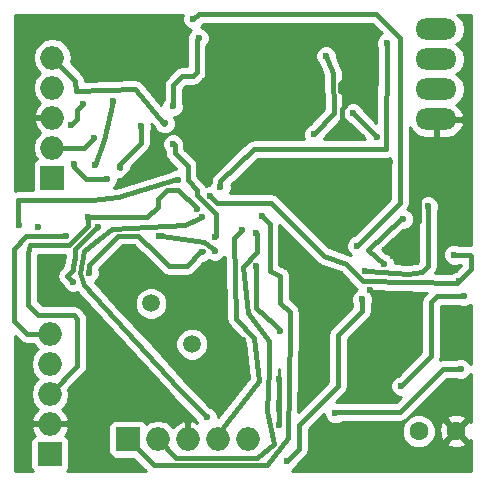
<source format=gbr>
G04 #@! TF.FileFunction,Copper,L2,Bot,Signal*
%FSLAX46Y46*%
G04 Gerber Fmt 4.6, Leading zero omitted, Abs format (unit mm)*
G04 Created by KiCad (PCBNEW 4.0.4-stable) date 05/16/17 00:16:12*
%MOMM*%
%LPD*%
G01*
G04 APERTURE LIST*
%ADD10C,0.100000*%
%ADD11C,1.600200*%
%ADD12C,1.500000*%
%ADD13O,3.500120X1.800860*%
%ADD14O,1.998980X1.998980*%
%ADD15R,1.998980X1.998980*%
%ADD16C,0.600000*%
%ADD17C,0.400000*%
%ADD18C,0.254000*%
G04 APERTURE END LIST*
D10*
D11*
X46969680Y-194066160D03*
X50144680Y-194066160D03*
D12*
X27750000Y-186700000D03*
X24299319Y-183249319D03*
D13*
X48442880Y-160050480D03*
X48442880Y-162590480D03*
X48442880Y-165130480D03*
X48442880Y-167670480D03*
D14*
X15740000Y-188375000D03*
D15*
X15740000Y-195995000D03*
D14*
X15740000Y-193455000D03*
X15740000Y-190915000D03*
X15740000Y-185835000D03*
X15940000Y-164985000D03*
D15*
X15940000Y-172605000D03*
D14*
X15940000Y-170065000D03*
X15940000Y-167525000D03*
X15940000Y-162445000D03*
X29960000Y-194745000D03*
D15*
X22340000Y-194745000D03*
D14*
X24880000Y-194745000D03*
X27420000Y-194745000D03*
X32500000Y-194745000D03*
D16*
X46880000Y-184310000D03*
X44520000Y-184600000D03*
X41840000Y-171620000D03*
X44550000Y-171270000D03*
X46730000Y-170250000D03*
X42150000Y-169170000D03*
X41600000Y-164275000D03*
X42840000Y-182115000D03*
X40610000Y-196195000D03*
X35150000Y-193560000D03*
X35100000Y-189620000D03*
X44820000Y-179265000D03*
X49510000Y-187535000D03*
X32100000Y-186340000D03*
X37350000Y-187380000D03*
X24470000Y-168790000D03*
X21630000Y-173030000D03*
X29260000Y-161890000D03*
X38790000Y-164295000D03*
X14732000Y-176784000D03*
X30226000Y-180594000D03*
X20066000Y-181356000D03*
X16002000Y-180594000D03*
X38650000Y-188900000D03*
X35500000Y-160440000D03*
X22275000Y-164045000D03*
X25820000Y-159510000D03*
X15200000Y-183075000D03*
X28460000Y-164995000D03*
X40070000Y-160525000D03*
X36030000Y-173615000D03*
X19480000Y-169225000D03*
X17700000Y-181420000D03*
X19800000Y-176820000D03*
X50800000Y-182626000D03*
X45466000Y-190246000D03*
X43434000Y-169164000D03*
X41402000Y-167132000D03*
X23410000Y-168270000D03*
X21660000Y-171740000D03*
X24960000Y-177535000D03*
X29718000Y-178816000D03*
X43990000Y-179870000D03*
X45650000Y-176120000D03*
X50540000Y-188790000D03*
X39900000Y-192540000D03*
X18990000Y-175945000D03*
X28170000Y-175295000D03*
X17100000Y-177500000D03*
X30180000Y-173395000D03*
X44270000Y-161185000D03*
X28590000Y-178895000D03*
X19020000Y-180655000D03*
X33190000Y-180060000D03*
X35180000Y-185590000D03*
X49960000Y-179125000D03*
X29310000Y-174155000D03*
X50390000Y-181375000D03*
X42164000Y-182880000D03*
X35814000Y-196596000D03*
X42430000Y-180480000D03*
X47752000Y-175006000D03*
X39116000Y-162306000D03*
X38100000Y-168910000D03*
X21050000Y-166140000D03*
X19560000Y-171560000D03*
X26170000Y-169745000D03*
X29750000Y-177590000D03*
X28320000Y-160785000D03*
X26120000Y-166565000D03*
X33660000Y-175885000D03*
X33150000Y-177285000D03*
X31960000Y-177055000D03*
X41730000Y-178375000D03*
X27890000Y-159175000D03*
X26550000Y-172785000D03*
X13130000Y-176650000D03*
X28630000Y-175955000D03*
X29040000Y-192905000D03*
X25470000Y-168010000D03*
X17780000Y-171450000D03*
X17526000Y-168148000D03*
X18542000Y-166370000D03*
X20574000Y-172720000D03*
D17*
X44520000Y-184600000D02*
X46590000Y-184600000D01*
X46590000Y-184600000D02*
X46880000Y-184310000D01*
X41840000Y-171620000D02*
X43820000Y-171620000D01*
X44170000Y-171270000D02*
X44550000Y-171270000D01*
X43820000Y-171620000D02*
X44170000Y-171270000D01*
X46730000Y-170250000D02*
X47060000Y-170250000D01*
X47060000Y-170250000D02*
X47230000Y-170420000D01*
X41830000Y-169000000D02*
X41980000Y-169000000D01*
X41060000Y-168230000D02*
X41830000Y-169000000D01*
X40490000Y-168230000D02*
X41060000Y-168230000D01*
X41980000Y-169000000D02*
X42150000Y-169170000D01*
X40490000Y-166830000D02*
X40490000Y-168230000D01*
X40760000Y-166560000D02*
X40490000Y-166830000D01*
X40760000Y-165960000D02*
X40760000Y-166560000D01*
X40490000Y-168230000D02*
X40550000Y-168290000D01*
X40760000Y-165580000D02*
X40760000Y-165960000D01*
X40407668Y-165227668D02*
X40760000Y-165580000D01*
X41600000Y-164275000D02*
X40735000Y-164275000D01*
X40327532Y-164682468D02*
X40327532Y-165227668D01*
X40735000Y-164275000D02*
X40327532Y-164682468D01*
X40327532Y-165227668D02*
X40407668Y-165227668D01*
X40760000Y-165960000D02*
X40690000Y-166030000D01*
X35100000Y-191900000D02*
X35150000Y-191950000D01*
X35150000Y-191950000D02*
X35150000Y-193560000D01*
X35100000Y-191900000D02*
X35100000Y-189620000D01*
X35070000Y-189590000D02*
X35070000Y-189580000D01*
X35100000Y-189620000D02*
X35070000Y-189590000D01*
X46945000Y-172935000D02*
X46945000Y-171105000D01*
X46945000Y-171105000D02*
X47230000Y-170820000D01*
X47230000Y-170820000D02*
X47230000Y-170420000D01*
X48442880Y-169207120D02*
X48442880Y-167670480D01*
X47230000Y-170420000D02*
X48442880Y-169207120D01*
X46945000Y-174165000D02*
X46945000Y-172935000D01*
X46945000Y-172935000D02*
X46930000Y-172920000D01*
X45980000Y-177020000D02*
X46200000Y-177020000D01*
X45110000Y-177890000D02*
X45980000Y-177020000D01*
X44820000Y-177890000D02*
X45110000Y-177890000D01*
X46970000Y-174190000D02*
X46945000Y-174165000D01*
X46945000Y-174165000D02*
X46940000Y-174160000D01*
X46970000Y-176250000D02*
X46970000Y-174190000D01*
X46200000Y-177020000D02*
X46970000Y-176250000D01*
X44820000Y-179265000D02*
X44820000Y-177890000D01*
X44820000Y-177890000D02*
X44860000Y-177850000D01*
X21630000Y-173030000D02*
X22100000Y-172560000D01*
X22100000Y-172560000D02*
X22130000Y-172560000D01*
X22130000Y-172560000D02*
X24470000Y-170220000D01*
X24470000Y-170220000D02*
X24470000Y-168790000D01*
X22275000Y-164045000D02*
X22270000Y-164040000D01*
X15090000Y-183185000D02*
X15090000Y-183205000D01*
X15200000Y-183075000D02*
X15090000Y-183185000D01*
X18640000Y-170065000D02*
X15940000Y-170065000D01*
X19480000Y-169225000D02*
X18640000Y-170065000D01*
X17220000Y-180940000D02*
X17700000Y-181420000D01*
X17170000Y-180940000D02*
X17220000Y-180940000D01*
X17670000Y-180320000D02*
X17670000Y-180440000D01*
X17670000Y-180440000D02*
X17170000Y-180940000D01*
X17170000Y-180940000D02*
X17160000Y-180950000D01*
X17670000Y-180000000D02*
X17670000Y-180320000D01*
X17670000Y-180320000D02*
X17670000Y-180330000D01*
X17760000Y-179910000D02*
X17670000Y-180000000D01*
X17830000Y-179130000D02*
X17830000Y-179500000D01*
X17864265Y-179095735D02*
X17830000Y-179130000D01*
X18089265Y-178429265D02*
X17864265Y-178654265D01*
X17864265Y-178654265D02*
X17864265Y-179095735D01*
X17830000Y-179500000D02*
X17760000Y-179570000D01*
X17760000Y-179570000D02*
X17760000Y-179910000D01*
X17670000Y-180330000D02*
X17690000Y-180350000D01*
X18089265Y-178429265D02*
X18099265Y-178419265D01*
X19638530Y-176880000D02*
X18089265Y-178429265D01*
X19740000Y-176880000D02*
X19638530Y-176880000D01*
X19800000Y-176820000D02*
X19740000Y-176880000D01*
X48514000Y-182626000D02*
X50800000Y-182626000D01*
X48006000Y-183134000D02*
X48514000Y-182626000D01*
X48006000Y-187706000D02*
X48006000Y-183134000D01*
X46228000Y-189484000D02*
X48006000Y-187706000D01*
X45466000Y-190246000D02*
X46228000Y-189484000D01*
X43180000Y-168910000D02*
X43434000Y-169164000D01*
X41402000Y-167132000D02*
X43180000Y-168910000D01*
X21660000Y-171740000D02*
X21660000Y-171460000D01*
X23420000Y-168280000D02*
X23410000Y-168270000D01*
X23420000Y-169700000D02*
X23420000Y-168280000D01*
X21660000Y-171460000D02*
X23420000Y-169700000D01*
X21640000Y-171760000D02*
X21630000Y-171760000D01*
X21660000Y-171740000D02*
X21640000Y-171760000D01*
X29718000Y-178756000D02*
X28770000Y-178010000D01*
X28770000Y-178010000D02*
X25230000Y-177515000D01*
X25230000Y-177515000D02*
X25210000Y-177495000D01*
X25210000Y-177495000D02*
X25000000Y-177495000D01*
X25000000Y-177495000D02*
X24960000Y-177535000D01*
X29718000Y-178816000D02*
X29718000Y-178756000D01*
X43990000Y-179870000D02*
X42650000Y-178690000D01*
X45430000Y-176120000D02*
X45650000Y-176120000D01*
X42650000Y-178690000D02*
X45430000Y-176120000D01*
X50520000Y-188810000D02*
X50540000Y-188790000D01*
X48990000Y-188810000D02*
X50520000Y-188810000D01*
X45350000Y-192450000D02*
X48990000Y-188810000D01*
X39990000Y-192450000D02*
X45350000Y-192450000D01*
X39900000Y-192540000D02*
X39990000Y-192450000D01*
X13900000Y-179010000D02*
X13900000Y-183350000D01*
X18070000Y-188585000D02*
X15740000Y-190915000D01*
X18070000Y-184550000D02*
X18070000Y-188585000D01*
X17740000Y-184220000D02*
X18070000Y-184550000D01*
X14770000Y-184220000D02*
X17740000Y-184220000D01*
X13900000Y-183350000D02*
X14770000Y-184220000D01*
X18990000Y-175945000D02*
X18990000Y-176680000D01*
X13900000Y-179010000D02*
X13910000Y-179040000D01*
X14050000Y-178300000D02*
X13900000Y-179010000D01*
X17370000Y-178300000D02*
X14050000Y-178300000D01*
X18990000Y-176680000D02*
X17370000Y-178300000D01*
X18970000Y-175965000D02*
X18990000Y-175945000D01*
X28170000Y-175205000D02*
X26620000Y-173655000D01*
X26620000Y-173655000D02*
X25650000Y-173655000D01*
X25650000Y-173655000D02*
X24860000Y-174445000D01*
X24860000Y-174445000D02*
X24860000Y-175085000D01*
X24860000Y-175085000D02*
X24000000Y-175945000D01*
X24000000Y-175945000D02*
X18990000Y-175945000D01*
X18990000Y-175945000D02*
X18970000Y-175965000D01*
X28170000Y-175295000D02*
X28170000Y-175205000D01*
X12690000Y-183610000D02*
X12690000Y-184760000D01*
X13740000Y-177570000D02*
X12690000Y-178620000D01*
X12690000Y-178620000D02*
X12690000Y-183610000D01*
X17100000Y-177500000D02*
X13740000Y-177570000D01*
X13765000Y-185835000D02*
X15740000Y-185835000D01*
X12690000Y-184760000D02*
X13765000Y-185835000D01*
X17100000Y-177500000D02*
X17100000Y-177510000D01*
X30180000Y-173395000D02*
X30180000Y-172925000D01*
X44300000Y-161215000D02*
X44270000Y-161185000D01*
X44196000Y-170180000D02*
X44300000Y-161215000D01*
X37840000Y-170200000D02*
X44196000Y-170180000D01*
X35306000Y-170180000D02*
X37840000Y-170200000D01*
X34036000Y-170180000D02*
X35306000Y-170180000D01*
X33020000Y-170180000D02*
X34036000Y-170180000D01*
X30180000Y-172925000D02*
X33020000Y-170180000D01*
X19070000Y-179975000D02*
X19070000Y-180605000D01*
X23960000Y-178285000D02*
X23180000Y-177505000D01*
X23180000Y-177505000D02*
X21540000Y-177505000D01*
X21540000Y-177505000D02*
X19070000Y-179975000D01*
X28720000Y-178815000D02*
X28570000Y-178815000D01*
X28590000Y-178895000D02*
X28670000Y-178815000D01*
X28720000Y-178815000D02*
X28670000Y-178815000D01*
X25780000Y-180055000D02*
X24010000Y-178285000D01*
X27330000Y-180055000D02*
X25780000Y-180055000D01*
X28570000Y-178815000D02*
X27330000Y-180055000D01*
X24010000Y-178285000D02*
X23960000Y-178285000D01*
X19070000Y-180605000D02*
X19020000Y-180655000D01*
X35180000Y-185590000D02*
X35180000Y-185470000D01*
X33190000Y-183630000D02*
X34680000Y-184970000D01*
X33190000Y-180060000D02*
X33190000Y-183630000D01*
X35180000Y-185470000D02*
X34680000Y-184970000D01*
X49960000Y-179125000D02*
X51290000Y-179125000D01*
X51390000Y-180375000D02*
X50390000Y-181375000D01*
X51390000Y-179225000D02*
X51390000Y-180375000D01*
X51290000Y-179125000D02*
X51390000Y-179225000D01*
X49980000Y-179105000D02*
X49980000Y-179075000D01*
X49960000Y-179125000D02*
X49980000Y-179105000D01*
X50210000Y-181555000D02*
X50390000Y-181375000D01*
X42210000Y-181360000D02*
X50210000Y-181555000D01*
X40814645Y-179895156D02*
X42210000Y-181360000D01*
X38930000Y-179195000D02*
X40814645Y-179895156D01*
X34450000Y-174715000D02*
X38930000Y-179195000D01*
X29880000Y-174715000D02*
X34450000Y-174715000D01*
X29310000Y-174145000D02*
X29880000Y-174715000D01*
X29310000Y-174155000D02*
X29310000Y-174145000D01*
X42164000Y-182880000D02*
X42164000Y-183896000D01*
X36830000Y-195580000D02*
X35814000Y-196596000D01*
X36830000Y-193548000D02*
X36830000Y-195580000D01*
X40132000Y-190246000D02*
X36830000Y-193548000D01*
X40132000Y-185928000D02*
X40132000Y-190246000D01*
X42164000Y-183896000D02*
X40132000Y-185928000D01*
X42684000Y-180480000D02*
X42430000Y-180480000D01*
X46030000Y-180760000D02*
X42684000Y-180480000D01*
X47244000Y-180594000D02*
X46030000Y-180760000D01*
X47752000Y-180086000D02*
X47244000Y-180594000D01*
X47752000Y-175006000D02*
X47752000Y-180086000D01*
X39709403Y-163773857D02*
X39116000Y-162306000D01*
X39751396Y-167150480D02*
X39709403Y-163773857D01*
X38100000Y-168910000D02*
X39751396Y-167150480D01*
X21050000Y-166140000D02*
X20320000Y-169418000D01*
X20320000Y-169418000D02*
X19560000Y-171560000D01*
X28200000Y-174045000D02*
X28200000Y-174100000D01*
X28200000Y-174045000D02*
X28200000Y-173645000D01*
X26290000Y-169865000D02*
X26170000Y-169745000D01*
X26290000Y-170505000D02*
X26290000Y-169865000D01*
X27390000Y-171605000D02*
X26290000Y-170505000D01*
X27390000Y-172835000D02*
X27390000Y-171605000D01*
X28200000Y-173645000D02*
X27390000Y-172835000D01*
X29820000Y-177520000D02*
X29750000Y-177590000D01*
X29820000Y-175720000D02*
X29820000Y-177520000D01*
X28200000Y-174100000D02*
X29820000Y-175720000D01*
X28150000Y-160955000D02*
X28320000Y-160785000D01*
X28150000Y-163685000D02*
X28150000Y-160955000D01*
X27830000Y-164005000D02*
X28150000Y-163685000D01*
X26910000Y-164005000D02*
X27830000Y-164005000D01*
X26200000Y-164715000D02*
X26910000Y-164005000D01*
X26200000Y-166485000D02*
X26200000Y-164715000D01*
X26120000Y-166565000D02*
X26200000Y-166485000D01*
X35237468Y-181148912D02*
X35237468Y-183187468D01*
X36040000Y-185500000D02*
X35900000Y-194610000D01*
X35900000Y-194610000D02*
X34150000Y-196945000D01*
X34150000Y-196945000D02*
X24540000Y-196945000D01*
X24540000Y-196945000D02*
X22340000Y-194745000D01*
X36040000Y-183990000D02*
X36040000Y-185500000D01*
X35237468Y-183187468D02*
X36040000Y-183990000D01*
X35230000Y-180895000D02*
X35237468Y-181148912D01*
X35237468Y-181148912D02*
X35260000Y-181915000D01*
X34340000Y-180505000D02*
X35230000Y-180895000D01*
X34340000Y-176555000D02*
X34340000Y-180505000D01*
X33670000Y-175885000D02*
X34340000Y-176555000D01*
X33660000Y-175885000D02*
X33670000Y-175885000D01*
X26450000Y-196315000D02*
X24880000Y-194745000D01*
X33280000Y-196315000D02*
X26450000Y-196315000D01*
X34730000Y-195150000D02*
X33280000Y-196315000D01*
X34320000Y-188790000D02*
X34140000Y-192340000D01*
X34140000Y-192340000D02*
X34730000Y-195150000D01*
X34310000Y-188780000D02*
X34320000Y-188790000D01*
X34320000Y-186470000D02*
X34310000Y-188780000D01*
X32500000Y-184100000D02*
X34320000Y-186470000D01*
X32117520Y-180167749D02*
X32500000Y-184100000D01*
X33250000Y-178875000D02*
X32117520Y-180167749D01*
X33250000Y-177385000D02*
X33250000Y-178875000D01*
X33150000Y-177285000D02*
X33250000Y-177385000D01*
X33460000Y-189810000D02*
X29960000Y-194265000D01*
X33010000Y-186160000D02*
X33460000Y-189810000D01*
X31500000Y-184530000D02*
X33010000Y-186160000D01*
X31320000Y-177695000D02*
X31500000Y-184530000D01*
X31960000Y-177055000D02*
X31320000Y-177695000D01*
X29960000Y-194265000D02*
X29960000Y-194745000D01*
X41730000Y-178375000D02*
X45380000Y-174725000D01*
X45380000Y-174725000D02*
X45380000Y-160745000D01*
X45380000Y-160745000D02*
X43360000Y-158725000D01*
X43360000Y-158725000D02*
X28340000Y-158725000D01*
X28340000Y-158725000D02*
X27890000Y-159175000D01*
X13070000Y-174480000D02*
X13070000Y-176590000D01*
X19304000Y-174498000D02*
X18542000Y-174498000D01*
X18542000Y-174498000D02*
X13100000Y-174510000D01*
X13100000Y-174510000D02*
X13070000Y-174480000D01*
X26550000Y-172785000D02*
X26560000Y-172785000D01*
X26560000Y-172785000D02*
X26520000Y-172745000D01*
X26520000Y-172745000D02*
X21500000Y-174280000D01*
X21500000Y-174280000D02*
X19304000Y-174498000D01*
X13070000Y-176590000D02*
X13130000Y-176650000D01*
X18250000Y-180690000D02*
X18620000Y-181650000D01*
X19910000Y-177820000D02*
X18610000Y-178850000D01*
X18610000Y-178850000D02*
X18250000Y-180690000D01*
X20960000Y-176920000D02*
X19910000Y-177780000D01*
X27150000Y-176570000D02*
X20960000Y-176920000D01*
X28630000Y-175955000D02*
X27150000Y-176570000D01*
X19910000Y-177780000D02*
X19910000Y-177820000D01*
X26580000Y-190445000D02*
X29040000Y-192905000D01*
X26580000Y-190375000D02*
X26580000Y-190445000D01*
X18620000Y-181650000D02*
X26580000Y-190375000D01*
X25420000Y-168060000D02*
X22970000Y-165100000D01*
X17890000Y-164395000D02*
X15940000Y-162445000D01*
X17940000Y-165240000D02*
X17890000Y-164395000D01*
X22970000Y-165100000D02*
X17940000Y-165240000D01*
X25470000Y-168010000D02*
X25420000Y-168060000D01*
X18034000Y-167640000D02*
X18034000Y-166878000D01*
X18796000Y-172720000D02*
X17780000Y-171704000D01*
X17780000Y-171704000D02*
X17780000Y-171450000D01*
X17526000Y-168148000D02*
X18034000Y-167640000D01*
X20574000Y-172720000D02*
X18796000Y-172720000D01*
X18034000Y-166878000D02*
X18542000Y-166370000D01*
D18*
G36*
X16995000Y-179240822D02*
X16988561Y-179250459D01*
X16925000Y-179570000D01*
X16925000Y-179640890D01*
X16898561Y-179680459D01*
X16835000Y-180000000D01*
X16835000Y-180094132D01*
X16569566Y-180359566D01*
X16388561Y-180630460D01*
X16325000Y-180950000D01*
X16388561Y-181269540D01*
X16569566Y-181540434D01*
X16780521Y-181681389D01*
X16807466Y-181708334D01*
X16906883Y-181948943D01*
X17169673Y-182212192D01*
X17513201Y-182354838D01*
X17885167Y-182355162D01*
X18065187Y-182280779D01*
X25818031Y-190778714D01*
X25930491Y-190947022D01*
X25989566Y-191035434D01*
X28147465Y-193193333D01*
X28209574Y-193343648D01*
X27800355Y-193155373D01*
X27547000Y-193274193D01*
X27547000Y-194618000D01*
X27567000Y-194618000D01*
X27567000Y-194872000D01*
X27547000Y-194872000D01*
X27547000Y-194892000D01*
X27293000Y-194892000D01*
X27293000Y-194872000D01*
X27273000Y-194872000D01*
X27273000Y-194618000D01*
X27293000Y-194618000D01*
X27293000Y-193274193D01*
X27039645Y-193155373D01*
X26460274Y-193421932D01*
X26167379Y-193738300D01*
X26067781Y-193589241D01*
X25537514Y-193234928D01*
X24912022Y-193110510D01*
X24847978Y-193110510D01*
X24222486Y-193234928D01*
X23902923Y-193448453D01*
X23803580Y-193294069D01*
X23591380Y-193149079D01*
X23339490Y-193098070D01*
X21340510Y-193098070D01*
X21105193Y-193142348D01*
X20889069Y-193281420D01*
X20744079Y-193493620D01*
X20693070Y-193745510D01*
X20693070Y-195744490D01*
X20737348Y-195979807D01*
X20876420Y-196195931D01*
X21088620Y-196340921D01*
X21340510Y-196391930D01*
X22806062Y-196391930D01*
X23849132Y-197435000D01*
X17207043Y-197435000D01*
X17335921Y-197246380D01*
X17386930Y-196994490D01*
X17386930Y-194995510D01*
X17342652Y-194760193D01*
X17203580Y-194544069D01*
X17042351Y-194433906D01*
X17063068Y-194414726D01*
X17329627Y-193835355D01*
X17210807Y-193582000D01*
X15867000Y-193582000D01*
X15867000Y-193602000D01*
X15613000Y-193602000D01*
X15613000Y-193582000D01*
X14269193Y-193582000D01*
X14150373Y-193835355D01*
X14416932Y-194414726D01*
X14438863Y-194435030D01*
X14289069Y-194531420D01*
X14144079Y-194743620D01*
X14093070Y-194995510D01*
X14093070Y-196994490D01*
X14137348Y-197229807D01*
X14269386Y-197435000D01*
X12750000Y-197435000D01*
X12750000Y-186000868D01*
X13174566Y-186425434D01*
X13445460Y-186606440D01*
X13765000Y-186670000D01*
X14348520Y-186670000D01*
X14584241Y-187022781D01*
X14707290Y-187105000D01*
X14584241Y-187187219D01*
X14229928Y-187717486D01*
X14105510Y-188342978D01*
X14105510Y-188407022D01*
X14229928Y-189032514D01*
X14584241Y-189562781D01*
X14707290Y-189645000D01*
X14584241Y-189727219D01*
X14229928Y-190257486D01*
X14105510Y-190882978D01*
X14105510Y-190947022D01*
X14229928Y-191572514D01*
X14584241Y-192102781D01*
X14733300Y-192202379D01*
X14416932Y-192495274D01*
X14150373Y-193074645D01*
X14269193Y-193328000D01*
X15613000Y-193328000D01*
X15613000Y-193308000D01*
X15867000Y-193308000D01*
X15867000Y-193328000D01*
X17210807Y-193328000D01*
X17329627Y-193074645D01*
X17063068Y-192495274D01*
X16746700Y-192202379D01*
X16895759Y-192102781D01*
X17250072Y-191572514D01*
X17374490Y-190947022D01*
X17374490Y-190882978D01*
X17304542Y-190531326D01*
X18660434Y-189175434D01*
X18841440Y-188904540D01*
X18905000Y-188585000D01*
X18905000Y-184550000D01*
X18841439Y-184230459D01*
X18660434Y-183959566D01*
X18330434Y-183629566D01*
X18227575Y-183560838D01*
X18059541Y-183448561D01*
X17740000Y-183385000D01*
X15115868Y-183385000D01*
X14735000Y-183004132D01*
X14735000Y-179135000D01*
X16995000Y-179135000D01*
X16995000Y-179240822D01*
X16995000Y-179240822D01*
G37*
X16995000Y-179240822D02*
X16988561Y-179250459D01*
X16925000Y-179570000D01*
X16925000Y-179640890D01*
X16898561Y-179680459D01*
X16835000Y-180000000D01*
X16835000Y-180094132D01*
X16569566Y-180359566D01*
X16388561Y-180630460D01*
X16325000Y-180950000D01*
X16388561Y-181269540D01*
X16569566Y-181540434D01*
X16780521Y-181681389D01*
X16807466Y-181708334D01*
X16906883Y-181948943D01*
X17169673Y-182212192D01*
X17513201Y-182354838D01*
X17885167Y-182355162D01*
X18065187Y-182280779D01*
X25818031Y-190778714D01*
X25930491Y-190947022D01*
X25989566Y-191035434D01*
X28147465Y-193193333D01*
X28209574Y-193343648D01*
X27800355Y-193155373D01*
X27547000Y-193274193D01*
X27547000Y-194618000D01*
X27567000Y-194618000D01*
X27567000Y-194872000D01*
X27547000Y-194872000D01*
X27547000Y-194892000D01*
X27293000Y-194892000D01*
X27293000Y-194872000D01*
X27273000Y-194872000D01*
X27273000Y-194618000D01*
X27293000Y-194618000D01*
X27293000Y-193274193D01*
X27039645Y-193155373D01*
X26460274Y-193421932D01*
X26167379Y-193738300D01*
X26067781Y-193589241D01*
X25537514Y-193234928D01*
X24912022Y-193110510D01*
X24847978Y-193110510D01*
X24222486Y-193234928D01*
X23902923Y-193448453D01*
X23803580Y-193294069D01*
X23591380Y-193149079D01*
X23339490Y-193098070D01*
X21340510Y-193098070D01*
X21105193Y-193142348D01*
X20889069Y-193281420D01*
X20744079Y-193493620D01*
X20693070Y-193745510D01*
X20693070Y-195744490D01*
X20737348Y-195979807D01*
X20876420Y-196195931D01*
X21088620Y-196340921D01*
X21340510Y-196391930D01*
X22806062Y-196391930D01*
X23849132Y-197435000D01*
X17207043Y-197435000D01*
X17335921Y-197246380D01*
X17386930Y-196994490D01*
X17386930Y-194995510D01*
X17342652Y-194760193D01*
X17203580Y-194544069D01*
X17042351Y-194433906D01*
X17063068Y-194414726D01*
X17329627Y-193835355D01*
X17210807Y-193582000D01*
X15867000Y-193582000D01*
X15867000Y-193602000D01*
X15613000Y-193602000D01*
X15613000Y-193582000D01*
X14269193Y-193582000D01*
X14150373Y-193835355D01*
X14416932Y-194414726D01*
X14438863Y-194435030D01*
X14289069Y-194531420D01*
X14144079Y-194743620D01*
X14093070Y-194995510D01*
X14093070Y-196994490D01*
X14137348Y-197229807D01*
X14269386Y-197435000D01*
X12750000Y-197435000D01*
X12750000Y-186000868D01*
X13174566Y-186425434D01*
X13445460Y-186606440D01*
X13765000Y-186670000D01*
X14348520Y-186670000D01*
X14584241Y-187022781D01*
X14707290Y-187105000D01*
X14584241Y-187187219D01*
X14229928Y-187717486D01*
X14105510Y-188342978D01*
X14105510Y-188407022D01*
X14229928Y-189032514D01*
X14584241Y-189562781D01*
X14707290Y-189645000D01*
X14584241Y-189727219D01*
X14229928Y-190257486D01*
X14105510Y-190882978D01*
X14105510Y-190947022D01*
X14229928Y-191572514D01*
X14584241Y-192102781D01*
X14733300Y-192202379D01*
X14416932Y-192495274D01*
X14150373Y-193074645D01*
X14269193Y-193328000D01*
X15613000Y-193328000D01*
X15613000Y-193308000D01*
X15867000Y-193308000D01*
X15867000Y-193328000D01*
X17210807Y-193328000D01*
X17329627Y-193074645D01*
X17063068Y-192495274D01*
X16746700Y-192202379D01*
X16895759Y-192102781D01*
X17250072Y-191572514D01*
X17374490Y-190947022D01*
X17374490Y-190882978D01*
X17304542Y-190531326D01*
X18660434Y-189175434D01*
X18841440Y-188904540D01*
X18905000Y-188585000D01*
X18905000Y-184550000D01*
X18841439Y-184230459D01*
X18660434Y-183959566D01*
X18330434Y-183629566D01*
X18227575Y-183560838D01*
X18059541Y-183448561D01*
X17740000Y-183385000D01*
X15115868Y-183385000D01*
X14735000Y-183004132D01*
X14735000Y-179135000D01*
X16995000Y-179135000D01*
X16995000Y-179240822D01*
G36*
X51385000Y-193307990D02*
X51152497Y-193237948D01*
X50324285Y-194066160D01*
X51152497Y-194894372D01*
X51385000Y-194824330D01*
X51385000Y-197435000D01*
X36231897Y-197435000D01*
X36342943Y-197389117D01*
X36606192Y-197126327D01*
X36706778Y-196884090D01*
X37420434Y-196170434D01*
X37537348Y-195995460D01*
X37601439Y-195899541D01*
X37665000Y-195580000D01*
X37665000Y-194350367D01*
X45534332Y-194350367D01*
X45752352Y-194878017D01*
X46155700Y-195282069D01*
X46682969Y-195501010D01*
X47253887Y-195501508D01*
X47781537Y-195283488D01*
X47991413Y-195073977D01*
X49316468Y-195073977D01*
X49390615Y-195320107D01*
X49927880Y-195513224D01*
X50498150Y-195486039D01*
X50898745Y-195320107D01*
X50972892Y-195073977D01*
X50144680Y-194245765D01*
X49316468Y-195073977D01*
X47991413Y-195073977D01*
X48185589Y-194880140D01*
X48404530Y-194352871D01*
X48404969Y-193849360D01*
X48697616Y-193849360D01*
X48724801Y-194419630D01*
X48890733Y-194820225D01*
X49136863Y-194894372D01*
X49965075Y-194066160D01*
X49136863Y-193237948D01*
X48890733Y-193312095D01*
X48697616Y-193849360D01*
X48404969Y-193849360D01*
X48405028Y-193781953D01*
X48187008Y-193254303D01*
X47991390Y-193058343D01*
X49316468Y-193058343D01*
X50144680Y-193886555D01*
X50972892Y-193058343D01*
X50898745Y-192812213D01*
X50361480Y-192619096D01*
X49791210Y-192646281D01*
X49390615Y-192812213D01*
X49316468Y-193058343D01*
X47991390Y-193058343D01*
X47783660Y-192850251D01*
X47256391Y-192631310D01*
X46685473Y-192630812D01*
X46157823Y-192848832D01*
X45753771Y-193252180D01*
X45534830Y-193779449D01*
X45534332Y-194350367D01*
X37665000Y-194350367D01*
X37665000Y-193893868D01*
X38964952Y-192593916D01*
X38964838Y-192725167D01*
X39106883Y-193068943D01*
X39369673Y-193332192D01*
X39713201Y-193474838D01*
X40085167Y-193475162D01*
X40428943Y-193333117D01*
X40477144Y-193285000D01*
X45350000Y-193285000D01*
X45669541Y-193221439D01*
X45940434Y-193040434D01*
X49335868Y-189645000D01*
X50160931Y-189645000D01*
X50353201Y-189724838D01*
X50725167Y-189725162D01*
X51068943Y-189583117D01*
X51332192Y-189320327D01*
X51385000Y-189193152D01*
X51385000Y-193307990D01*
X51385000Y-193307990D01*
G37*
X51385000Y-193307990D02*
X51152497Y-193237948D01*
X50324285Y-194066160D01*
X51152497Y-194894372D01*
X51385000Y-194824330D01*
X51385000Y-197435000D01*
X36231897Y-197435000D01*
X36342943Y-197389117D01*
X36606192Y-197126327D01*
X36706778Y-196884090D01*
X37420434Y-196170434D01*
X37537348Y-195995460D01*
X37601439Y-195899541D01*
X37665000Y-195580000D01*
X37665000Y-194350367D01*
X45534332Y-194350367D01*
X45752352Y-194878017D01*
X46155700Y-195282069D01*
X46682969Y-195501010D01*
X47253887Y-195501508D01*
X47781537Y-195283488D01*
X47991413Y-195073977D01*
X49316468Y-195073977D01*
X49390615Y-195320107D01*
X49927880Y-195513224D01*
X50498150Y-195486039D01*
X50898745Y-195320107D01*
X50972892Y-195073977D01*
X50144680Y-194245765D01*
X49316468Y-195073977D01*
X47991413Y-195073977D01*
X48185589Y-194880140D01*
X48404530Y-194352871D01*
X48404969Y-193849360D01*
X48697616Y-193849360D01*
X48724801Y-194419630D01*
X48890733Y-194820225D01*
X49136863Y-194894372D01*
X49965075Y-194066160D01*
X49136863Y-193237948D01*
X48890733Y-193312095D01*
X48697616Y-193849360D01*
X48404969Y-193849360D01*
X48405028Y-193781953D01*
X48187008Y-193254303D01*
X47991390Y-193058343D01*
X49316468Y-193058343D01*
X50144680Y-193886555D01*
X50972892Y-193058343D01*
X50898745Y-192812213D01*
X50361480Y-192619096D01*
X49791210Y-192646281D01*
X49390615Y-192812213D01*
X49316468Y-193058343D01*
X47991390Y-193058343D01*
X47783660Y-192850251D01*
X47256391Y-192631310D01*
X46685473Y-192630812D01*
X46157823Y-192848832D01*
X45753771Y-193252180D01*
X45534830Y-193779449D01*
X45534332Y-194350367D01*
X37665000Y-194350367D01*
X37665000Y-193893868D01*
X38964952Y-192593916D01*
X38964838Y-192725167D01*
X39106883Y-193068943D01*
X39369673Y-193332192D01*
X39713201Y-193474838D01*
X40085167Y-193475162D01*
X40428943Y-193333117D01*
X40477144Y-193285000D01*
X45350000Y-193285000D01*
X45669541Y-193221439D01*
X45940434Y-193040434D01*
X49335868Y-189645000D01*
X50160931Y-189645000D01*
X50353201Y-189724838D01*
X50725167Y-189725162D01*
X51068943Y-189583117D01*
X51332192Y-189320327D01*
X51385000Y-189193152D01*
X51385000Y-193307990D01*
G36*
X23369566Y-178875434D02*
X23520250Y-178976118D01*
X25189566Y-180645434D01*
X25460459Y-180826439D01*
X25780000Y-180890000D01*
X27330000Y-180890000D01*
X27649541Y-180826439D01*
X27920434Y-180645434D01*
X28735740Y-179830128D01*
X28775167Y-179830162D01*
X29118943Y-179688117D01*
X29195678Y-179611516D01*
X29531201Y-179750838D01*
X29903167Y-179751162D01*
X30246943Y-179609117D01*
X30510192Y-179346327D01*
X30527124Y-179305550D01*
X30665289Y-184551982D01*
X30695428Y-184685085D01*
X30716921Y-184819847D01*
X30731211Y-184843111D01*
X30737241Y-184869739D01*
X30816019Y-184981173D01*
X30887449Y-185097456D01*
X32214258Y-186529705D01*
X32588762Y-189567353D01*
X29975010Y-192894287D01*
X29975162Y-192719833D01*
X29833117Y-192376057D01*
X29570327Y-192112808D01*
X29328090Y-192012222D01*
X27311391Y-189995523D01*
X27271361Y-189935614D01*
X27196857Y-189812228D01*
X24607743Y-186974285D01*
X26364760Y-186974285D01*
X26575169Y-187483515D01*
X26964436Y-187873461D01*
X27473298Y-188084759D01*
X28024285Y-188085240D01*
X28533515Y-187874831D01*
X28923461Y-187485564D01*
X29134759Y-186976702D01*
X29135240Y-186425715D01*
X28924831Y-185916485D01*
X28535564Y-185526539D01*
X28026702Y-185315241D01*
X27475715Y-185314760D01*
X26966485Y-185525169D01*
X26576539Y-185914436D01*
X26365241Y-186423298D01*
X26364760Y-186974285D01*
X24607743Y-186974285D01*
X21459615Y-183523604D01*
X22914079Y-183523604D01*
X23124488Y-184032834D01*
X23513755Y-184422780D01*
X24022617Y-184634078D01*
X24573604Y-184634559D01*
X25082834Y-184424150D01*
X25472780Y-184034883D01*
X25684078Y-183526021D01*
X25684559Y-182975034D01*
X25474150Y-182465804D01*
X25084883Y-182075858D01*
X24576021Y-181864560D01*
X24025034Y-181864079D01*
X23515804Y-182074488D01*
X23125858Y-182463755D01*
X22914560Y-182972617D01*
X22914079Y-183523604D01*
X21459615Y-183523604D01*
X19557924Y-181439151D01*
X19812192Y-181185327D01*
X19954838Y-180841799D01*
X19955162Y-180469833D01*
X19905000Y-180348431D01*
X19905000Y-180320868D01*
X21885869Y-178340000D01*
X22834132Y-178340000D01*
X23369566Y-178875434D01*
X23369566Y-178875434D01*
G37*
X23369566Y-178875434D02*
X23520250Y-178976118D01*
X25189566Y-180645434D01*
X25460459Y-180826439D01*
X25780000Y-180890000D01*
X27330000Y-180890000D01*
X27649541Y-180826439D01*
X27920434Y-180645434D01*
X28735740Y-179830128D01*
X28775167Y-179830162D01*
X29118943Y-179688117D01*
X29195678Y-179611516D01*
X29531201Y-179750838D01*
X29903167Y-179751162D01*
X30246943Y-179609117D01*
X30510192Y-179346327D01*
X30527124Y-179305550D01*
X30665289Y-184551982D01*
X30695428Y-184685085D01*
X30716921Y-184819847D01*
X30731211Y-184843111D01*
X30737241Y-184869739D01*
X30816019Y-184981173D01*
X30887449Y-185097456D01*
X32214258Y-186529705D01*
X32588762Y-189567353D01*
X29975010Y-192894287D01*
X29975162Y-192719833D01*
X29833117Y-192376057D01*
X29570327Y-192112808D01*
X29328090Y-192012222D01*
X27311391Y-189995523D01*
X27271361Y-189935614D01*
X27196857Y-189812228D01*
X24607743Y-186974285D01*
X26364760Y-186974285D01*
X26575169Y-187483515D01*
X26964436Y-187873461D01*
X27473298Y-188084759D01*
X28024285Y-188085240D01*
X28533515Y-187874831D01*
X28923461Y-187485564D01*
X29134759Y-186976702D01*
X29135240Y-186425715D01*
X28924831Y-185916485D01*
X28535564Y-185526539D01*
X28026702Y-185315241D01*
X27475715Y-185314760D01*
X26966485Y-185525169D01*
X26576539Y-185914436D01*
X26365241Y-186423298D01*
X26364760Y-186974285D01*
X24607743Y-186974285D01*
X21459615Y-183523604D01*
X22914079Y-183523604D01*
X23124488Y-184032834D01*
X23513755Y-184422780D01*
X24022617Y-184634078D01*
X24573604Y-184634559D01*
X25082834Y-184424150D01*
X25472780Y-184034883D01*
X25684078Y-183526021D01*
X25684559Y-182975034D01*
X25474150Y-182465804D01*
X25084883Y-182075858D01*
X24576021Y-181864560D01*
X24025034Y-181864079D01*
X23515804Y-182074488D01*
X23125858Y-182463755D01*
X22914560Y-182972617D01*
X22914079Y-183523604D01*
X21459615Y-183523604D01*
X19557924Y-181439151D01*
X19812192Y-181185327D01*
X19954838Y-180841799D01*
X19955162Y-180469833D01*
X19905000Y-180348431D01*
X19905000Y-180320868D01*
X21885869Y-178340000D01*
X22834132Y-178340000D01*
X23369566Y-178875434D01*
G36*
X35092518Y-192812987D02*
X34979406Y-192274267D01*
X35153589Y-188838986D01*
X35092518Y-192812987D01*
X35092518Y-192812987D01*
G37*
X35092518Y-192812987D02*
X34979406Y-192274267D01*
X35153589Y-188838986D01*
X35092518Y-192812987D01*
G36*
X38339566Y-179785434D02*
X38352613Y-179794152D01*
X38361808Y-179806868D01*
X38487604Y-179884350D01*
X38610460Y-179966440D01*
X38625852Y-179969502D01*
X38639211Y-179977730D01*
X40343067Y-180610722D01*
X41605400Y-181935920D01*
X41745657Y-182034647D01*
X41751508Y-182038766D01*
X41635057Y-182086883D01*
X41371808Y-182349673D01*
X41229162Y-182693201D01*
X41228838Y-183065167D01*
X41329000Y-183307578D01*
X41329000Y-183550132D01*
X39541566Y-185337566D01*
X39360561Y-185608459D01*
X39297000Y-185928000D01*
X39297000Y-189900132D01*
X36768623Y-192428509D01*
X36874901Y-185512830D01*
X36873726Y-185506407D01*
X36875000Y-185500000D01*
X36875000Y-183990000D01*
X36858180Y-183905439D01*
X36811440Y-183670460D01*
X36630434Y-183399566D01*
X36072468Y-182841600D01*
X36072468Y-182022019D01*
X36094639Y-181890452D01*
X36064639Y-180870452D01*
X36032734Y-180731534D01*
X36007767Y-180591185D01*
X35996424Y-180573440D01*
X35991711Y-180552918D01*
X35909069Y-180436778D01*
X35832298Y-180316674D01*
X35815031Y-180304623D01*
X35802821Y-180287463D01*
X35682020Y-180211787D01*
X35565135Y-180130206D01*
X35175000Y-179959248D01*
X35175000Y-176620868D01*
X38339566Y-179785434D01*
X38339566Y-179785434D01*
G37*
X38339566Y-179785434D02*
X38352613Y-179794152D01*
X38361808Y-179806868D01*
X38487604Y-179884350D01*
X38610460Y-179966440D01*
X38625852Y-179969502D01*
X38639211Y-179977730D01*
X40343067Y-180610722D01*
X41605400Y-181935920D01*
X41745657Y-182034647D01*
X41751508Y-182038766D01*
X41635057Y-182086883D01*
X41371808Y-182349673D01*
X41229162Y-182693201D01*
X41228838Y-183065167D01*
X41329000Y-183307578D01*
X41329000Y-183550132D01*
X39541566Y-185337566D01*
X39360561Y-185608459D01*
X39297000Y-185928000D01*
X39297000Y-189900132D01*
X36768623Y-192428509D01*
X36874901Y-185512830D01*
X36873726Y-185506407D01*
X36875000Y-185500000D01*
X36875000Y-183990000D01*
X36858180Y-183905439D01*
X36811440Y-183670460D01*
X36630434Y-183399566D01*
X36072468Y-182841600D01*
X36072468Y-182022019D01*
X36094639Y-181890452D01*
X36064639Y-180870452D01*
X36032734Y-180731534D01*
X36007767Y-180591185D01*
X35996424Y-180573440D01*
X35991711Y-180552918D01*
X35909069Y-180436778D01*
X35832298Y-180316674D01*
X35815031Y-180304623D01*
X35802821Y-180287463D01*
X35682020Y-180211787D01*
X35565135Y-180130206D01*
X35175000Y-179959248D01*
X35175000Y-176620868D01*
X38339566Y-179785434D01*
G36*
X47631729Y-182327403D02*
X47415566Y-182543566D01*
X47234561Y-182814459D01*
X47171000Y-183134000D01*
X47171000Y-187360132D01*
X45177667Y-189353465D01*
X44937057Y-189452883D01*
X44673808Y-189715673D01*
X44531162Y-190059201D01*
X44530838Y-190431167D01*
X44672883Y-190774943D01*
X44935673Y-191038192D01*
X45279201Y-191180838D01*
X45438156Y-191180976D01*
X45004132Y-191615000D01*
X40110491Y-191615000D01*
X40086799Y-191605162D01*
X39953822Y-191605046D01*
X40722434Y-190836434D01*
X40770472Y-190764540D01*
X40903439Y-190565541D01*
X40967000Y-190246000D01*
X40967000Y-186273868D01*
X42754434Y-184486434D01*
X42825841Y-184379566D01*
X42935439Y-184215541D01*
X42999000Y-183896000D01*
X42999000Y-183307234D01*
X43098838Y-183066799D01*
X43099162Y-182694833D01*
X42957117Y-182351057D01*
X42816333Y-182210027D01*
X47631729Y-182327403D01*
X47631729Y-182327403D01*
G37*
X47631729Y-182327403D02*
X47415566Y-182543566D01*
X47234561Y-182814459D01*
X47171000Y-183134000D01*
X47171000Y-187360132D01*
X45177667Y-189353465D01*
X44937057Y-189452883D01*
X44673808Y-189715673D01*
X44531162Y-190059201D01*
X44530838Y-190431167D01*
X44672883Y-190774943D01*
X44935673Y-191038192D01*
X45279201Y-191180838D01*
X45438156Y-191180976D01*
X45004132Y-191615000D01*
X40110491Y-191615000D01*
X40086799Y-191605162D01*
X39953822Y-191605046D01*
X40722434Y-190836434D01*
X40770472Y-190764540D01*
X40903439Y-190565541D01*
X40967000Y-190246000D01*
X40967000Y-186273868D01*
X42754434Y-184486434D01*
X42825841Y-184379566D01*
X42935439Y-184215541D01*
X42999000Y-183896000D01*
X42999000Y-183307234D01*
X43098838Y-183066799D01*
X43099162Y-182694833D01*
X42957117Y-182351057D01*
X42816333Y-182210027D01*
X47631729Y-182327403D01*
G36*
X51385000Y-188386624D02*
X51333117Y-188261057D01*
X51070327Y-187997808D01*
X50726799Y-187855162D01*
X50354833Y-187854838D01*
X50064018Y-187975000D01*
X48990000Y-187975000D01*
X48779150Y-188016941D01*
X48841000Y-187706000D01*
X48841000Y-183479868D01*
X48859869Y-183461000D01*
X50372766Y-183461000D01*
X50613201Y-183560838D01*
X50985167Y-183561162D01*
X51328943Y-183419117D01*
X51385000Y-183363158D01*
X51385000Y-188386624D01*
X51385000Y-188386624D01*
G37*
X51385000Y-188386624D02*
X51333117Y-188261057D01*
X51070327Y-187997808D01*
X50726799Y-187855162D01*
X50354833Y-187854838D01*
X50064018Y-187975000D01*
X48990000Y-187975000D01*
X48779150Y-188016941D01*
X48841000Y-187706000D01*
X48841000Y-183479868D01*
X48859869Y-183461000D01*
X50372766Y-183461000D01*
X50613201Y-183560838D01*
X50985167Y-183561162D01*
X51328943Y-183419117D01*
X51385000Y-183363158D01*
X51385000Y-188386624D01*
G36*
X51385000Y-178308897D02*
X51290000Y-178290000D01*
X50387234Y-178290000D01*
X50146799Y-178190162D01*
X49774833Y-178189838D01*
X49431057Y-178331883D01*
X49167808Y-178594673D01*
X49025162Y-178938201D01*
X49024838Y-179310167D01*
X49166883Y-179653943D01*
X49429673Y-179917192D01*
X49773201Y-180059838D01*
X50145167Y-180060162D01*
X50387578Y-179960000D01*
X50555000Y-179960000D01*
X50555000Y-180029132D01*
X50101667Y-180482465D01*
X49861057Y-180581883D01*
X49734556Y-180708163D01*
X48343884Y-180674265D01*
X48456379Y-180505903D01*
X48523439Y-180405541D01*
X48587000Y-180086000D01*
X48587000Y-175433234D01*
X48686838Y-175192799D01*
X48687162Y-174820833D01*
X48545117Y-174477057D01*
X48282327Y-174213808D01*
X47938799Y-174071162D01*
X47566833Y-174070838D01*
X47223057Y-174212883D01*
X46959808Y-174475673D01*
X46817162Y-174819201D01*
X46816838Y-175191167D01*
X46917000Y-175433578D01*
X46917000Y-179740131D01*
X46852348Y-179804783D01*
X46007990Y-179920239D01*
X44925036Y-179829616D01*
X44925162Y-179684833D01*
X44783117Y-179341057D01*
X44520327Y-179077808D01*
X44205318Y-178947004D01*
X43896357Y-178674934D01*
X45648660Y-177055000D01*
X45835167Y-177055162D01*
X46178943Y-176913117D01*
X46442192Y-176650327D01*
X46584838Y-176306799D01*
X46585162Y-175934833D01*
X46443117Y-175591057D01*
X46180327Y-175327808D01*
X46009550Y-175256895D01*
X46151440Y-175044540D01*
X46215000Y-174725000D01*
X46215000Y-168300974D01*
X46417735Y-168666391D01*
X46888334Y-169040432D01*
X47466250Y-169205910D01*
X48315880Y-169205910D01*
X48315880Y-167797480D01*
X48569880Y-167797480D01*
X48569880Y-169205910D01*
X49419510Y-169205910D01*
X49997426Y-169040432D01*
X50468025Y-168666391D01*
X50759663Y-168140732D01*
X50783973Y-168035288D01*
X50663320Y-167797480D01*
X48569880Y-167797480D01*
X48315880Y-167797480D01*
X48295880Y-167797480D01*
X48295880Y-167543480D01*
X48315880Y-167543480D01*
X48315880Y-167523480D01*
X48569880Y-167523480D01*
X48569880Y-167543480D01*
X50663320Y-167543480D01*
X50783973Y-167305672D01*
X50759663Y-167200228D01*
X50468025Y-166674569D01*
X50135038Y-166409905D01*
X50424949Y-166216193D01*
X50757788Y-165718064D01*
X50874666Y-165130480D01*
X50757788Y-164542896D01*
X50424949Y-164044767D01*
X50149144Y-163860480D01*
X50424949Y-163676193D01*
X50757788Y-163178064D01*
X50874666Y-162590480D01*
X50757788Y-162002896D01*
X50424949Y-161504767D01*
X50149144Y-161320480D01*
X50424949Y-161136193D01*
X50757788Y-160638064D01*
X50874666Y-160050480D01*
X50757788Y-159462896D01*
X50424949Y-158964767D01*
X50178358Y-158800000D01*
X51385000Y-158800000D01*
X51385000Y-178308897D01*
X51385000Y-178308897D01*
G37*
X51385000Y-178308897D02*
X51290000Y-178290000D01*
X50387234Y-178290000D01*
X50146799Y-178190162D01*
X49774833Y-178189838D01*
X49431057Y-178331883D01*
X49167808Y-178594673D01*
X49025162Y-178938201D01*
X49024838Y-179310167D01*
X49166883Y-179653943D01*
X49429673Y-179917192D01*
X49773201Y-180059838D01*
X50145167Y-180060162D01*
X50387578Y-179960000D01*
X50555000Y-179960000D01*
X50555000Y-180029132D01*
X50101667Y-180482465D01*
X49861057Y-180581883D01*
X49734556Y-180708163D01*
X48343884Y-180674265D01*
X48456379Y-180505903D01*
X48523439Y-180405541D01*
X48587000Y-180086000D01*
X48587000Y-175433234D01*
X48686838Y-175192799D01*
X48687162Y-174820833D01*
X48545117Y-174477057D01*
X48282327Y-174213808D01*
X47938799Y-174071162D01*
X47566833Y-174070838D01*
X47223057Y-174212883D01*
X46959808Y-174475673D01*
X46817162Y-174819201D01*
X46816838Y-175191167D01*
X46917000Y-175433578D01*
X46917000Y-179740131D01*
X46852348Y-179804783D01*
X46007990Y-179920239D01*
X44925036Y-179829616D01*
X44925162Y-179684833D01*
X44783117Y-179341057D01*
X44520327Y-179077808D01*
X44205318Y-178947004D01*
X43896357Y-178674934D01*
X45648660Y-177055000D01*
X45835167Y-177055162D01*
X46178943Y-176913117D01*
X46442192Y-176650327D01*
X46584838Y-176306799D01*
X46585162Y-175934833D01*
X46443117Y-175591057D01*
X46180327Y-175327808D01*
X46009550Y-175256895D01*
X46151440Y-175044540D01*
X46215000Y-174725000D01*
X46215000Y-168300974D01*
X46417735Y-168666391D01*
X46888334Y-169040432D01*
X47466250Y-169205910D01*
X48315880Y-169205910D01*
X48315880Y-167797480D01*
X48569880Y-167797480D01*
X48569880Y-169205910D01*
X49419510Y-169205910D01*
X49997426Y-169040432D01*
X50468025Y-168666391D01*
X50759663Y-168140732D01*
X50783973Y-168035288D01*
X50663320Y-167797480D01*
X48569880Y-167797480D01*
X48315880Y-167797480D01*
X48295880Y-167797480D01*
X48295880Y-167543480D01*
X48315880Y-167543480D01*
X48315880Y-167523480D01*
X48569880Y-167523480D01*
X48569880Y-167543480D01*
X50663320Y-167543480D01*
X50783973Y-167305672D01*
X50759663Y-167200228D01*
X50468025Y-166674569D01*
X50135038Y-166409905D01*
X50424949Y-166216193D01*
X50757788Y-165718064D01*
X50874666Y-165130480D01*
X50757788Y-164542896D01*
X50424949Y-164044767D01*
X50149144Y-163860480D01*
X50424949Y-163676193D01*
X50757788Y-163178064D01*
X50874666Y-162590480D01*
X50757788Y-162002896D01*
X50424949Y-161504767D01*
X50149144Y-161320480D01*
X50424949Y-161136193D01*
X50757788Y-160638064D01*
X50874666Y-160050480D01*
X50757788Y-159462896D01*
X50424949Y-158964767D01*
X50178358Y-158800000D01*
X51385000Y-158800000D01*
X51385000Y-178308897D01*
G36*
X44545000Y-174379131D02*
X41441666Y-177482465D01*
X41201057Y-177581883D01*
X40937808Y-177844673D01*
X40795162Y-178188201D01*
X40794838Y-178560167D01*
X40936883Y-178903943D01*
X41191236Y-179158741D01*
X41152828Y-179131705D01*
X41127518Y-179126028D01*
X41105434Y-179112426D01*
X39391592Y-178475724D01*
X35040434Y-174124566D01*
X34956645Y-174068580D01*
X34769541Y-173943561D01*
X34450000Y-173880000D01*
X30991014Y-173880000D01*
X31114838Y-173581799D01*
X31115162Y-173209833D01*
X31107064Y-173190233D01*
X33357578Y-171015000D01*
X35302704Y-171015000D01*
X37833410Y-171034974D01*
X37838020Y-171034095D01*
X37842627Y-171034996D01*
X44198627Y-171014996D01*
X44352370Y-170983911D01*
X44506571Y-170955094D01*
X44511823Y-170951672D01*
X44517966Y-170950430D01*
X44545000Y-170932243D01*
X44545000Y-174379131D01*
X44545000Y-174379131D01*
G37*
X44545000Y-174379131D02*
X41441666Y-177482465D01*
X41201057Y-177581883D01*
X40937808Y-177844673D01*
X40795162Y-178188201D01*
X40794838Y-178560167D01*
X40936883Y-178903943D01*
X41191236Y-179158741D01*
X41152828Y-179131705D01*
X41127518Y-179126028D01*
X41105434Y-179112426D01*
X39391592Y-178475724D01*
X35040434Y-174124566D01*
X34956645Y-174068580D01*
X34769541Y-173943561D01*
X34450000Y-173880000D01*
X30991014Y-173880000D01*
X31114838Y-173581799D01*
X31115162Y-173209833D01*
X31107064Y-173190233D01*
X33357578Y-171015000D01*
X35302704Y-171015000D01*
X37833410Y-171034974D01*
X37838020Y-171034095D01*
X37842627Y-171034996D01*
X44198627Y-171014996D01*
X44352370Y-170983911D01*
X44506571Y-170955094D01*
X44511823Y-170951672D01*
X44517966Y-170950430D01*
X44545000Y-170932243D01*
X44545000Y-174379131D01*
G36*
X26955162Y-158988201D02*
X26954838Y-159360167D01*
X27096883Y-159703943D01*
X27359673Y-159967192D01*
X27681799Y-160100951D01*
X27527808Y-160254673D01*
X27385162Y-160598201D01*
X27385138Y-160625616D01*
X27378561Y-160635459D01*
X27315000Y-160955000D01*
X27315000Y-163170000D01*
X26910000Y-163170000D01*
X26590460Y-163233560D01*
X26319566Y-163414566D01*
X25609566Y-164124566D01*
X25428561Y-164395459D01*
X25365000Y-164715000D01*
X25365000Y-165997546D01*
X25327808Y-166034673D01*
X25185162Y-166378201D01*
X25185085Y-166466629D01*
X23613242Y-164567586D01*
X23573453Y-164535209D01*
X23543778Y-164493367D01*
X23448146Y-164433248D01*
X23360532Y-164361956D01*
X23311384Y-164347271D01*
X23267954Y-164319969D01*
X23156594Y-164301022D01*
X23048368Y-164268686D01*
X22997341Y-164273927D01*
X22946769Y-164265323D01*
X18725739Y-164382807D01*
X18723542Y-164345678D01*
X18688495Y-164211479D01*
X18661439Y-164075460D01*
X18647539Y-164054658D01*
X18641217Y-164030449D01*
X18557485Y-163919882D01*
X18480434Y-163804566D01*
X17504542Y-162828674D01*
X17574490Y-162477022D01*
X17574490Y-162412978D01*
X17450072Y-161787486D01*
X17095759Y-161257219D01*
X16565492Y-160902906D01*
X15940000Y-160778488D01*
X15314508Y-160902906D01*
X14784241Y-161257219D01*
X14429928Y-161787486D01*
X14305510Y-162412978D01*
X14305510Y-162477022D01*
X14429928Y-163102514D01*
X14784241Y-163632781D01*
X14907290Y-163715000D01*
X14784241Y-163797219D01*
X14429928Y-164327486D01*
X14305510Y-164952978D01*
X14305510Y-165017022D01*
X14429928Y-165642514D01*
X14784241Y-166172781D01*
X14933300Y-166272379D01*
X14616932Y-166565274D01*
X14350373Y-167144645D01*
X14469193Y-167398000D01*
X15813000Y-167398000D01*
X15813000Y-167378000D01*
X16067000Y-167378000D01*
X16067000Y-167398000D01*
X16087000Y-167398000D01*
X16087000Y-167652000D01*
X16067000Y-167652000D01*
X16067000Y-167672000D01*
X15813000Y-167672000D01*
X15813000Y-167652000D01*
X14469193Y-167652000D01*
X14350373Y-167905355D01*
X14616932Y-168484726D01*
X14933300Y-168777621D01*
X14784241Y-168877219D01*
X14429928Y-169407486D01*
X14305510Y-170032978D01*
X14305510Y-170097022D01*
X14429928Y-170722514D01*
X14643453Y-171042077D01*
X14489069Y-171141420D01*
X14344079Y-171353620D01*
X14293070Y-171605510D01*
X14293070Y-173604490D01*
X14305837Y-173672339D01*
X13219484Y-173674734D01*
X13070000Y-173645000D01*
X12750459Y-173708561D01*
X12750000Y-173708868D01*
X12750000Y-158800000D01*
X27033310Y-158800000D01*
X26955162Y-158988201D01*
X26955162Y-158988201D01*
G37*
X26955162Y-158988201D02*
X26954838Y-159360167D01*
X27096883Y-159703943D01*
X27359673Y-159967192D01*
X27681799Y-160100951D01*
X27527808Y-160254673D01*
X27385162Y-160598201D01*
X27385138Y-160625616D01*
X27378561Y-160635459D01*
X27315000Y-160955000D01*
X27315000Y-163170000D01*
X26910000Y-163170000D01*
X26590460Y-163233560D01*
X26319566Y-163414566D01*
X25609566Y-164124566D01*
X25428561Y-164395459D01*
X25365000Y-164715000D01*
X25365000Y-165997546D01*
X25327808Y-166034673D01*
X25185162Y-166378201D01*
X25185085Y-166466629D01*
X23613242Y-164567586D01*
X23573453Y-164535209D01*
X23543778Y-164493367D01*
X23448146Y-164433248D01*
X23360532Y-164361956D01*
X23311384Y-164347271D01*
X23267954Y-164319969D01*
X23156594Y-164301022D01*
X23048368Y-164268686D01*
X22997341Y-164273927D01*
X22946769Y-164265323D01*
X18725739Y-164382807D01*
X18723542Y-164345678D01*
X18688495Y-164211479D01*
X18661439Y-164075460D01*
X18647539Y-164054658D01*
X18641217Y-164030449D01*
X18557485Y-163919882D01*
X18480434Y-163804566D01*
X17504542Y-162828674D01*
X17574490Y-162477022D01*
X17574490Y-162412978D01*
X17450072Y-161787486D01*
X17095759Y-161257219D01*
X16565492Y-160902906D01*
X15940000Y-160778488D01*
X15314508Y-160902906D01*
X14784241Y-161257219D01*
X14429928Y-161787486D01*
X14305510Y-162412978D01*
X14305510Y-162477022D01*
X14429928Y-163102514D01*
X14784241Y-163632781D01*
X14907290Y-163715000D01*
X14784241Y-163797219D01*
X14429928Y-164327486D01*
X14305510Y-164952978D01*
X14305510Y-165017022D01*
X14429928Y-165642514D01*
X14784241Y-166172781D01*
X14933300Y-166272379D01*
X14616932Y-166565274D01*
X14350373Y-167144645D01*
X14469193Y-167398000D01*
X15813000Y-167398000D01*
X15813000Y-167378000D01*
X16067000Y-167378000D01*
X16067000Y-167398000D01*
X16087000Y-167398000D01*
X16087000Y-167652000D01*
X16067000Y-167652000D01*
X16067000Y-167672000D01*
X15813000Y-167672000D01*
X15813000Y-167652000D01*
X14469193Y-167652000D01*
X14350373Y-167905355D01*
X14616932Y-168484726D01*
X14933300Y-168777621D01*
X14784241Y-168877219D01*
X14429928Y-169407486D01*
X14305510Y-170032978D01*
X14305510Y-170097022D01*
X14429928Y-170722514D01*
X14643453Y-171042077D01*
X14489069Y-171141420D01*
X14344079Y-171353620D01*
X14293070Y-171605510D01*
X14293070Y-173604490D01*
X14305837Y-173672339D01*
X13219484Y-173674734D01*
X13070000Y-173645000D01*
X12750459Y-173708561D01*
X12750000Y-173708868D01*
X12750000Y-158800000D01*
X27033310Y-158800000D01*
X26955162Y-158988201D01*
G36*
X43815327Y-160361195D02*
X43741057Y-160391883D01*
X43477808Y-160654673D01*
X43335162Y-160998201D01*
X43334838Y-161370167D01*
X43459640Y-161672211D01*
X43386974Y-167936106D01*
X42294535Y-166843667D01*
X42195117Y-166603057D01*
X41932327Y-166339808D01*
X41588799Y-166197162D01*
X41216833Y-166196838D01*
X40873057Y-166338883D01*
X40609808Y-166601673D01*
X40580512Y-166672224D01*
X40544338Y-163763473D01*
X40512349Y-163612491D01*
X40483537Y-163460902D01*
X40050927Y-162390786D01*
X40051162Y-162120833D01*
X39909117Y-161777057D01*
X39646327Y-161513808D01*
X39302799Y-161371162D01*
X38930833Y-161370838D01*
X38587057Y-161512883D01*
X38323808Y-161775673D01*
X38181162Y-162119201D01*
X38180838Y-162491167D01*
X38322883Y-162834943D01*
X38501529Y-163013901D01*
X38876421Y-163941243D01*
X38912277Y-166824401D01*
X37780402Y-168030383D01*
X37571057Y-168116883D01*
X37307808Y-168379673D01*
X37165162Y-168723201D01*
X37164838Y-169095167D01*
X37274475Y-169360510D01*
X35312590Y-169345026D01*
X35309292Y-169345655D01*
X35306000Y-169345000D01*
X33020000Y-169345000D01*
X32867081Y-169375418D01*
X32713626Y-169403237D01*
X32707547Y-169407151D01*
X32700459Y-169408561D01*
X32570832Y-169495175D01*
X32439693Y-169579609D01*
X29599693Y-172324609D01*
X29595575Y-172330551D01*
X29589566Y-172334566D01*
X29502933Y-172464221D01*
X29414107Y-172592386D01*
X29412577Y-172599449D01*
X29408561Y-172605459D01*
X29378137Y-172758408D01*
X29345121Y-172910799D01*
X29346410Y-172917910D01*
X29345000Y-172925000D01*
X29345000Y-172967766D01*
X29245162Y-173208201D01*
X29245152Y-173219943D01*
X29124833Y-173219838D01*
X28949321Y-173292358D01*
X28790434Y-173054566D01*
X28225000Y-172489132D01*
X28225000Y-171605000D01*
X28161439Y-171285459D01*
X27980434Y-171014566D01*
X27125000Y-170159132D01*
X27125000Y-169865000D01*
X27104984Y-169764372D01*
X27105162Y-169559833D01*
X26963117Y-169216057D01*
X26700327Y-168952808D01*
X26356799Y-168810162D01*
X25984833Y-168809838D01*
X25641057Y-168951883D01*
X25377808Y-169214673D01*
X25235162Y-169558201D01*
X25234838Y-169930167D01*
X25376883Y-170273943D01*
X25455000Y-170352196D01*
X25455000Y-170505000D01*
X25518561Y-170824541D01*
X25645819Y-171014996D01*
X25699566Y-171095434D01*
X26454048Y-171849916D01*
X26364833Y-171849838D01*
X26021057Y-171991883D01*
X25974098Y-172038760D01*
X21335069Y-173457268D01*
X21139434Y-173476689D01*
X21366192Y-173250327D01*
X21508838Y-172906799D01*
X21509040Y-172674869D01*
X21845167Y-172675162D01*
X22188943Y-172533117D01*
X22452192Y-172270327D01*
X22594838Y-171926799D01*
X22595030Y-171705838D01*
X24010434Y-170290434D01*
X24074735Y-170194201D01*
X24191439Y-170019541D01*
X24255000Y-169700000D01*
X24255000Y-168673152D01*
X24344838Y-168456799D01*
X24345162Y-168084833D01*
X24333729Y-168057163D01*
X24621444Y-168404769D01*
X24676883Y-168538943D01*
X24939673Y-168802192D01*
X25283201Y-168944838D01*
X25655167Y-168945162D01*
X25998943Y-168803117D01*
X26262192Y-168540327D01*
X26404838Y-168196799D01*
X26405162Y-167824833D01*
X26270999Y-167500132D01*
X26305167Y-167500162D01*
X26648943Y-167358117D01*
X26912192Y-167095327D01*
X27054838Y-166751799D01*
X27055162Y-166379833D01*
X27035000Y-166331037D01*
X27035000Y-165060868D01*
X27255868Y-164840000D01*
X27830000Y-164840000D01*
X28149541Y-164776439D01*
X28420434Y-164595434D01*
X28740434Y-164275434D01*
X28747190Y-164265323D01*
X28921439Y-164004541D01*
X28985000Y-163685000D01*
X28985000Y-161442297D01*
X29112192Y-161315327D01*
X29254838Y-160971799D01*
X29255162Y-160599833D01*
X29113117Y-160256057D01*
X28850327Y-159992808D01*
X28528201Y-159859049D01*
X28682192Y-159705327D01*
X28742537Y-159560000D01*
X43014132Y-159560000D01*
X43815327Y-160361195D01*
X43815327Y-160361195D01*
G37*
X43815327Y-160361195D02*
X43741057Y-160391883D01*
X43477808Y-160654673D01*
X43335162Y-160998201D01*
X43334838Y-161370167D01*
X43459640Y-161672211D01*
X43386974Y-167936106D01*
X42294535Y-166843667D01*
X42195117Y-166603057D01*
X41932327Y-166339808D01*
X41588799Y-166197162D01*
X41216833Y-166196838D01*
X40873057Y-166338883D01*
X40609808Y-166601673D01*
X40580512Y-166672224D01*
X40544338Y-163763473D01*
X40512349Y-163612491D01*
X40483537Y-163460902D01*
X40050927Y-162390786D01*
X40051162Y-162120833D01*
X39909117Y-161777057D01*
X39646327Y-161513808D01*
X39302799Y-161371162D01*
X38930833Y-161370838D01*
X38587057Y-161512883D01*
X38323808Y-161775673D01*
X38181162Y-162119201D01*
X38180838Y-162491167D01*
X38322883Y-162834943D01*
X38501529Y-163013901D01*
X38876421Y-163941243D01*
X38912277Y-166824401D01*
X37780402Y-168030383D01*
X37571057Y-168116883D01*
X37307808Y-168379673D01*
X37165162Y-168723201D01*
X37164838Y-169095167D01*
X37274475Y-169360510D01*
X35312590Y-169345026D01*
X35309292Y-169345655D01*
X35306000Y-169345000D01*
X33020000Y-169345000D01*
X32867081Y-169375418D01*
X32713626Y-169403237D01*
X32707547Y-169407151D01*
X32700459Y-169408561D01*
X32570832Y-169495175D01*
X32439693Y-169579609D01*
X29599693Y-172324609D01*
X29595575Y-172330551D01*
X29589566Y-172334566D01*
X29502933Y-172464221D01*
X29414107Y-172592386D01*
X29412577Y-172599449D01*
X29408561Y-172605459D01*
X29378137Y-172758408D01*
X29345121Y-172910799D01*
X29346410Y-172917910D01*
X29345000Y-172925000D01*
X29345000Y-172967766D01*
X29245162Y-173208201D01*
X29245152Y-173219943D01*
X29124833Y-173219838D01*
X28949321Y-173292358D01*
X28790434Y-173054566D01*
X28225000Y-172489132D01*
X28225000Y-171605000D01*
X28161439Y-171285459D01*
X27980434Y-171014566D01*
X27125000Y-170159132D01*
X27125000Y-169865000D01*
X27104984Y-169764372D01*
X27105162Y-169559833D01*
X26963117Y-169216057D01*
X26700327Y-168952808D01*
X26356799Y-168810162D01*
X25984833Y-168809838D01*
X25641057Y-168951883D01*
X25377808Y-169214673D01*
X25235162Y-169558201D01*
X25234838Y-169930167D01*
X25376883Y-170273943D01*
X25455000Y-170352196D01*
X25455000Y-170505000D01*
X25518561Y-170824541D01*
X25645819Y-171014996D01*
X25699566Y-171095434D01*
X26454048Y-171849916D01*
X26364833Y-171849838D01*
X26021057Y-171991883D01*
X25974098Y-172038760D01*
X21335069Y-173457268D01*
X21139434Y-173476689D01*
X21366192Y-173250327D01*
X21508838Y-172906799D01*
X21509040Y-172674869D01*
X21845167Y-172675162D01*
X22188943Y-172533117D01*
X22452192Y-172270327D01*
X22594838Y-171926799D01*
X22595030Y-171705838D01*
X24010434Y-170290434D01*
X24074735Y-170194201D01*
X24191439Y-170019541D01*
X24255000Y-169700000D01*
X24255000Y-168673152D01*
X24344838Y-168456799D01*
X24345162Y-168084833D01*
X24333729Y-168057163D01*
X24621444Y-168404769D01*
X24676883Y-168538943D01*
X24939673Y-168802192D01*
X25283201Y-168944838D01*
X25655167Y-168945162D01*
X25998943Y-168803117D01*
X26262192Y-168540327D01*
X26404838Y-168196799D01*
X26405162Y-167824833D01*
X26270999Y-167500132D01*
X26305167Y-167500162D01*
X26648943Y-167358117D01*
X26912192Y-167095327D01*
X27054838Y-166751799D01*
X27055162Y-166379833D01*
X27035000Y-166331037D01*
X27035000Y-165060868D01*
X27255868Y-164840000D01*
X27830000Y-164840000D01*
X28149541Y-164776439D01*
X28420434Y-164595434D01*
X28740434Y-164275434D01*
X28747190Y-164265323D01*
X28921439Y-164004541D01*
X28985000Y-163685000D01*
X28985000Y-161442297D01*
X29112192Y-161315327D01*
X29254838Y-160971799D01*
X29255162Y-160599833D01*
X29113117Y-160256057D01*
X28850327Y-159992808D01*
X28528201Y-159859049D01*
X28682192Y-159705327D01*
X28742537Y-159560000D01*
X43014132Y-159560000D01*
X43815327Y-160361195D01*
G36*
X40608883Y-167660943D02*
X40871673Y-167924192D01*
X41113910Y-168024778D01*
X42439654Y-169350522D01*
X38924890Y-169361582D01*
X39007064Y-169163687D01*
X40360241Y-167721911D01*
X40442238Y-167590352D01*
X40526304Y-167461087D01*
X40608883Y-167660943D01*
X40608883Y-167660943D01*
G37*
X40608883Y-167660943D02*
X40871673Y-167924192D01*
X41113910Y-168024778D01*
X42439654Y-169350522D01*
X38924890Y-169361582D01*
X39007064Y-169163687D01*
X40360241Y-167721911D01*
X40442238Y-167590352D01*
X40526304Y-167461087D01*
X40608883Y-167660943D01*
M02*

</source>
